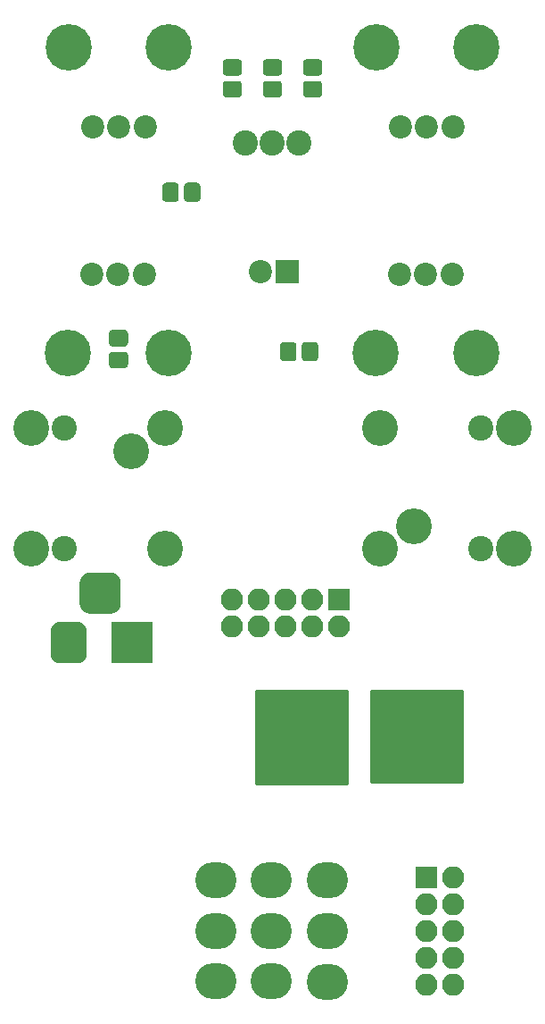
<source format=gbr>
G04 #@! TF.GenerationSoftware,KiCad,Pcbnew,(5.0.0-3-g5ebb6b6)*
G04 #@! TF.CreationDate,2018-11-10T02:34:20+00:00*
G04 #@! TF.ProjectId,555PWMTremolo,35353550574D5472656D6F6C6F2E6B69,rev?*
G04 #@! TF.SameCoordinates,Original*
G04 #@! TF.FileFunction,Soldermask,Bot*
G04 #@! TF.FilePolarity,Negative*
%FSLAX46Y46*%
G04 Gerber Fmt 4.6, Leading zero omitted, Abs format (unit mm)*
G04 Created by KiCad (PCBNEW (5.0.0-3-g5ebb6b6)) date Saturday, 10 November 2018 at 02:34:20*
%MOMM*%
%LPD*%
G01*
G04 APERTURE LIST*
%ADD10C,0.100000*%
%ADD11C,1.550000*%
%ADD12O,3.900000X3.400000*%
%ADD13R,2.200000X2.200000*%
%ADD14C,2.200000*%
%ADD15C,2.400000*%
%ADD16C,3.400000*%
%ADD17R,3.900000X3.900000*%
%ADD18C,3.900000*%
%ADD19C,4.400000*%
%ADD20O,2.100000X2.100000*%
%ADD21R,2.100000X2.100000*%
%ADD22C,0.254000*%
G04 APERTURE END LIST*
D10*
G04 #@! TO.C,C_LPFOPT1*
G36*
X77431071Y-79499623D02*
X77463781Y-79504475D01*
X77495857Y-79512509D01*
X77526991Y-79523649D01*
X77556884Y-79537787D01*
X77585247Y-79554787D01*
X77611807Y-79574485D01*
X77636308Y-79596692D01*
X77658515Y-79621193D01*
X77678213Y-79647753D01*
X77695213Y-79676116D01*
X77709351Y-79706009D01*
X77720491Y-79737143D01*
X77728525Y-79769219D01*
X77733377Y-79801929D01*
X77735000Y-79834956D01*
X77735000Y-80711044D01*
X77733377Y-80744071D01*
X77728525Y-80776781D01*
X77720491Y-80808857D01*
X77709351Y-80839991D01*
X77695213Y-80869884D01*
X77678213Y-80898247D01*
X77658515Y-80924807D01*
X77636308Y-80949308D01*
X77611807Y-80971515D01*
X77585247Y-80991213D01*
X77556884Y-81008213D01*
X77526991Y-81022351D01*
X77495857Y-81033491D01*
X77463781Y-81041525D01*
X77431071Y-81046377D01*
X77398044Y-81048000D01*
X76271956Y-81048000D01*
X76238929Y-81046377D01*
X76206219Y-81041525D01*
X76174143Y-81033491D01*
X76143009Y-81022351D01*
X76113116Y-81008213D01*
X76084753Y-80991213D01*
X76058193Y-80971515D01*
X76033692Y-80949308D01*
X76011485Y-80924807D01*
X75991787Y-80898247D01*
X75974787Y-80869884D01*
X75960649Y-80839991D01*
X75949509Y-80808857D01*
X75941475Y-80776781D01*
X75936623Y-80744071D01*
X75935000Y-80711044D01*
X75935000Y-79834956D01*
X75936623Y-79801929D01*
X75941475Y-79769219D01*
X75949509Y-79737143D01*
X75960649Y-79706009D01*
X75974787Y-79676116D01*
X75991787Y-79647753D01*
X76011485Y-79621193D01*
X76033692Y-79596692D01*
X76058193Y-79574485D01*
X76084753Y-79554787D01*
X76113116Y-79537787D01*
X76143009Y-79523649D01*
X76174143Y-79512509D01*
X76206219Y-79504475D01*
X76238929Y-79499623D01*
X76271956Y-79498000D01*
X77398044Y-79498000D01*
X77431071Y-79499623D01*
X77431071Y-79499623D01*
G37*
D11*
X76835000Y-80273000D03*
D10*
G36*
X77431071Y-77449623D02*
X77463781Y-77454475D01*
X77495857Y-77462509D01*
X77526991Y-77473649D01*
X77556884Y-77487787D01*
X77585247Y-77504787D01*
X77611807Y-77524485D01*
X77636308Y-77546692D01*
X77658515Y-77571193D01*
X77678213Y-77597753D01*
X77695213Y-77626116D01*
X77709351Y-77656009D01*
X77720491Y-77687143D01*
X77728525Y-77719219D01*
X77733377Y-77751929D01*
X77735000Y-77784956D01*
X77735000Y-78661044D01*
X77733377Y-78694071D01*
X77728525Y-78726781D01*
X77720491Y-78758857D01*
X77709351Y-78789991D01*
X77695213Y-78819884D01*
X77678213Y-78848247D01*
X77658515Y-78874807D01*
X77636308Y-78899308D01*
X77611807Y-78921515D01*
X77585247Y-78941213D01*
X77556884Y-78958213D01*
X77526991Y-78972351D01*
X77495857Y-78983491D01*
X77463781Y-78991525D01*
X77431071Y-78996377D01*
X77398044Y-78998000D01*
X76271956Y-78998000D01*
X76238929Y-78996377D01*
X76206219Y-78991525D01*
X76174143Y-78983491D01*
X76143009Y-78972351D01*
X76113116Y-78958213D01*
X76084753Y-78941213D01*
X76058193Y-78921515D01*
X76033692Y-78899308D01*
X76011485Y-78874807D01*
X75991787Y-78848247D01*
X75974787Y-78819884D01*
X75960649Y-78789991D01*
X75949509Y-78758857D01*
X75941475Y-78726781D01*
X75936623Y-78694071D01*
X75935000Y-78661044D01*
X75935000Y-77784956D01*
X75936623Y-77751929D01*
X75941475Y-77719219D01*
X75949509Y-77687143D01*
X75960649Y-77656009D01*
X75974787Y-77626116D01*
X75991787Y-77597753D01*
X76011485Y-77571193D01*
X76033692Y-77546692D01*
X76058193Y-77524485D01*
X76084753Y-77504787D01*
X76113116Y-77487787D01*
X76143009Y-77473649D01*
X76174143Y-77462509D01*
X76206219Y-77454475D01*
X76238929Y-77449623D01*
X76271956Y-77448000D01*
X77398044Y-77448000D01*
X77431071Y-77449623D01*
X77431071Y-77449623D01*
G37*
D11*
X76835000Y-78223000D03*
G04 #@! TD*
D10*
G04 #@! TO.C,C_LPFOPT2*
G36*
X85051071Y-77449623D02*
X85083781Y-77454475D01*
X85115857Y-77462509D01*
X85146991Y-77473649D01*
X85176884Y-77487787D01*
X85205247Y-77504787D01*
X85231807Y-77524485D01*
X85256308Y-77546692D01*
X85278515Y-77571193D01*
X85298213Y-77597753D01*
X85315213Y-77626116D01*
X85329351Y-77656009D01*
X85340491Y-77687143D01*
X85348525Y-77719219D01*
X85353377Y-77751929D01*
X85355000Y-77784956D01*
X85355000Y-78661044D01*
X85353377Y-78694071D01*
X85348525Y-78726781D01*
X85340491Y-78758857D01*
X85329351Y-78789991D01*
X85315213Y-78819884D01*
X85298213Y-78848247D01*
X85278515Y-78874807D01*
X85256308Y-78899308D01*
X85231807Y-78921515D01*
X85205247Y-78941213D01*
X85176884Y-78958213D01*
X85146991Y-78972351D01*
X85115857Y-78983491D01*
X85083781Y-78991525D01*
X85051071Y-78996377D01*
X85018044Y-78998000D01*
X83891956Y-78998000D01*
X83858929Y-78996377D01*
X83826219Y-78991525D01*
X83794143Y-78983491D01*
X83763009Y-78972351D01*
X83733116Y-78958213D01*
X83704753Y-78941213D01*
X83678193Y-78921515D01*
X83653692Y-78899308D01*
X83631485Y-78874807D01*
X83611787Y-78848247D01*
X83594787Y-78819884D01*
X83580649Y-78789991D01*
X83569509Y-78758857D01*
X83561475Y-78726781D01*
X83556623Y-78694071D01*
X83555000Y-78661044D01*
X83555000Y-77784956D01*
X83556623Y-77751929D01*
X83561475Y-77719219D01*
X83569509Y-77687143D01*
X83580649Y-77656009D01*
X83594787Y-77626116D01*
X83611787Y-77597753D01*
X83631485Y-77571193D01*
X83653692Y-77546692D01*
X83678193Y-77524485D01*
X83704753Y-77504787D01*
X83733116Y-77487787D01*
X83763009Y-77473649D01*
X83794143Y-77462509D01*
X83826219Y-77454475D01*
X83858929Y-77449623D01*
X83891956Y-77448000D01*
X85018044Y-77448000D01*
X85051071Y-77449623D01*
X85051071Y-77449623D01*
G37*
D11*
X84455000Y-78223000D03*
D10*
G36*
X85051071Y-79499623D02*
X85083781Y-79504475D01*
X85115857Y-79512509D01*
X85146991Y-79523649D01*
X85176884Y-79537787D01*
X85205247Y-79554787D01*
X85231807Y-79574485D01*
X85256308Y-79596692D01*
X85278515Y-79621193D01*
X85298213Y-79647753D01*
X85315213Y-79676116D01*
X85329351Y-79706009D01*
X85340491Y-79737143D01*
X85348525Y-79769219D01*
X85353377Y-79801929D01*
X85355000Y-79834956D01*
X85355000Y-80711044D01*
X85353377Y-80744071D01*
X85348525Y-80776781D01*
X85340491Y-80808857D01*
X85329351Y-80839991D01*
X85315213Y-80869884D01*
X85298213Y-80898247D01*
X85278515Y-80924807D01*
X85256308Y-80949308D01*
X85231807Y-80971515D01*
X85205247Y-80991213D01*
X85176884Y-81008213D01*
X85146991Y-81022351D01*
X85115857Y-81033491D01*
X85083781Y-81041525D01*
X85051071Y-81046377D01*
X85018044Y-81048000D01*
X83891956Y-81048000D01*
X83858929Y-81046377D01*
X83826219Y-81041525D01*
X83794143Y-81033491D01*
X83763009Y-81022351D01*
X83733116Y-81008213D01*
X83704753Y-80991213D01*
X83678193Y-80971515D01*
X83653692Y-80949308D01*
X83631485Y-80924807D01*
X83611787Y-80898247D01*
X83594787Y-80869884D01*
X83580649Y-80839991D01*
X83569509Y-80808857D01*
X83561475Y-80776781D01*
X83556623Y-80744071D01*
X83555000Y-80711044D01*
X83555000Y-79834956D01*
X83556623Y-79801929D01*
X83561475Y-79769219D01*
X83569509Y-79737143D01*
X83580649Y-79706009D01*
X83594787Y-79676116D01*
X83611787Y-79647753D01*
X83631485Y-79621193D01*
X83653692Y-79596692D01*
X83678193Y-79574485D01*
X83704753Y-79554787D01*
X83733116Y-79537787D01*
X83763009Y-79523649D01*
X83794143Y-79512509D01*
X83826219Y-79504475D01*
X83858929Y-79499623D01*
X83891956Y-79498000D01*
X85018044Y-79498000D01*
X85051071Y-79499623D01*
X85051071Y-79499623D01*
G37*
D11*
X84455000Y-80273000D03*
G04 #@! TD*
D10*
G04 #@! TO.C,R_LPF1*
G36*
X81241071Y-77449623D02*
X81273781Y-77454475D01*
X81305857Y-77462509D01*
X81336991Y-77473649D01*
X81366884Y-77487787D01*
X81395247Y-77504787D01*
X81421807Y-77524485D01*
X81446308Y-77546692D01*
X81468515Y-77571193D01*
X81488213Y-77597753D01*
X81505213Y-77626116D01*
X81519351Y-77656009D01*
X81530491Y-77687143D01*
X81538525Y-77719219D01*
X81543377Y-77751929D01*
X81545000Y-77784956D01*
X81545000Y-78661044D01*
X81543377Y-78694071D01*
X81538525Y-78726781D01*
X81530491Y-78758857D01*
X81519351Y-78789991D01*
X81505213Y-78819884D01*
X81488213Y-78848247D01*
X81468515Y-78874807D01*
X81446308Y-78899308D01*
X81421807Y-78921515D01*
X81395247Y-78941213D01*
X81366884Y-78958213D01*
X81336991Y-78972351D01*
X81305857Y-78983491D01*
X81273781Y-78991525D01*
X81241071Y-78996377D01*
X81208044Y-78998000D01*
X80081956Y-78998000D01*
X80048929Y-78996377D01*
X80016219Y-78991525D01*
X79984143Y-78983491D01*
X79953009Y-78972351D01*
X79923116Y-78958213D01*
X79894753Y-78941213D01*
X79868193Y-78921515D01*
X79843692Y-78899308D01*
X79821485Y-78874807D01*
X79801787Y-78848247D01*
X79784787Y-78819884D01*
X79770649Y-78789991D01*
X79759509Y-78758857D01*
X79751475Y-78726781D01*
X79746623Y-78694071D01*
X79745000Y-78661044D01*
X79745000Y-77784956D01*
X79746623Y-77751929D01*
X79751475Y-77719219D01*
X79759509Y-77687143D01*
X79770649Y-77656009D01*
X79784787Y-77626116D01*
X79801787Y-77597753D01*
X79821485Y-77571193D01*
X79843692Y-77546692D01*
X79868193Y-77524485D01*
X79894753Y-77504787D01*
X79923116Y-77487787D01*
X79953009Y-77473649D01*
X79984143Y-77462509D01*
X80016219Y-77454475D01*
X80048929Y-77449623D01*
X80081956Y-77448000D01*
X81208044Y-77448000D01*
X81241071Y-77449623D01*
X81241071Y-77449623D01*
G37*
D11*
X80645000Y-78223000D03*
D10*
G36*
X81241071Y-79499623D02*
X81273781Y-79504475D01*
X81305857Y-79512509D01*
X81336991Y-79523649D01*
X81366884Y-79537787D01*
X81395247Y-79554787D01*
X81421807Y-79574485D01*
X81446308Y-79596692D01*
X81468515Y-79621193D01*
X81488213Y-79647753D01*
X81505213Y-79676116D01*
X81519351Y-79706009D01*
X81530491Y-79737143D01*
X81538525Y-79769219D01*
X81543377Y-79801929D01*
X81545000Y-79834956D01*
X81545000Y-80711044D01*
X81543377Y-80744071D01*
X81538525Y-80776781D01*
X81530491Y-80808857D01*
X81519351Y-80839991D01*
X81505213Y-80869884D01*
X81488213Y-80898247D01*
X81468515Y-80924807D01*
X81446308Y-80949308D01*
X81421807Y-80971515D01*
X81395247Y-80991213D01*
X81366884Y-81008213D01*
X81336991Y-81022351D01*
X81305857Y-81033491D01*
X81273781Y-81041525D01*
X81241071Y-81046377D01*
X81208044Y-81048000D01*
X80081956Y-81048000D01*
X80048929Y-81046377D01*
X80016219Y-81041525D01*
X79984143Y-81033491D01*
X79953009Y-81022351D01*
X79923116Y-81008213D01*
X79894753Y-80991213D01*
X79868193Y-80971515D01*
X79843692Y-80949308D01*
X79821485Y-80924807D01*
X79801787Y-80898247D01*
X79784787Y-80869884D01*
X79770649Y-80839991D01*
X79759509Y-80808857D01*
X79751475Y-80776781D01*
X79746623Y-80744071D01*
X79745000Y-80711044D01*
X79745000Y-79834956D01*
X79746623Y-79801929D01*
X79751475Y-79769219D01*
X79759509Y-79737143D01*
X79770649Y-79706009D01*
X79784787Y-79676116D01*
X79801787Y-79647753D01*
X79821485Y-79621193D01*
X79843692Y-79596692D01*
X79868193Y-79574485D01*
X79894753Y-79554787D01*
X79923116Y-79537787D01*
X79953009Y-79523649D01*
X79984143Y-79512509D01*
X80016219Y-79504475D01*
X80048929Y-79499623D01*
X80081956Y-79498000D01*
X81208044Y-79498000D01*
X81241071Y-79499623D01*
X81241071Y-79499623D01*
G37*
D11*
X80645000Y-80273000D03*
G04 #@! TD*
D12*
G04 #@! TO.C,SW_EN1*
X85836760Y-164851080D03*
X80563720Y-164838380D03*
X75247500Y-164833300D03*
X85852000Y-160045400D03*
X80556100Y-160045400D03*
X75247500Y-160045400D03*
X85864700Y-155244800D03*
X80556100Y-155244800D03*
X75247500Y-155244800D03*
G04 #@! TD*
D10*
G04 #@! TO.C,R_GAIN1*
G36*
X82631071Y-104257623D02*
X82663781Y-104262475D01*
X82695857Y-104270509D01*
X82726991Y-104281649D01*
X82756884Y-104295787D01*
X82785247Y-104312787D01*
X82811807Y-104332485D01*
X82836308Y-104354692D01*
X82858515Y-104379193D01*
X82878213Y-104405753D01*
X82895213Y-104434116D01*
X82909351Y-104464009D01*
X82920491Y-104495143D01*
X82928525Y-104527219D01*
X82933377Y-104559929D01*
X82935000Y-104592956D01*
X82935000Y-105719044D01*
X82933377Y-105752071D01*
X82928525Y-105784781D01*
X82920491Y-105816857D01*
X82909351Y-105847991D01*
X82895213Y-105877884D01*
X82878213Y-105906247D01*
X82858515Y-105932807D01*
X82836308Y-105957308D01*
X82811807Y-105979515D01*
X82785247Y-105999213D01*
X82756884Y-106016213D01*
X82726991Y-106030351D01*
X82695857Y-106041491D01*
X82663781Y-106049525D01*
X82631071Y-106054377D01*
X82598044Y-106056000D01*
X81721956Y-106056000D01*
X81688929Y-106054377D01*
X81656219Y-106049525D01*
X81624143Y-106041491D01*
X81593009Y-106030351D01*
X81563116Y-106016213D01*
X81534753Y-105999213D01*
X81508193Y-105979515D01*
X81483692Y-105957308D01*
X81461485Y-105932807D01*
X81441787Y-105906247D01*
X81424787Y-105877884D01*
X81410649Y-105847991D01*
X81399509Y-105816857D01*
X81391475Y-105784781D01*
X81386623Y-105752071D01*
X81385000Y-105719044D01*
X81385000Y-104592956D01*
X81386623Y-104559929D01*
X81391475Y-104527219D01*
X81399509Y-104495143D01*
X81410649Y-104464009D01*
X81424787Y-104434116D01*
X81441787Y-104405753D01*
X81461485Y-104379193D01*
X81483692Y-104354692D01*
X81508193Y-104332485D01*
X81534753Y-104312787D01*
X81563116Y-104295787D01*
X81593009Y-104281649D01*
X81624143Y-104270509D01*
X81656219Y-104262475D01*
X81688929Y-104257623D01*
X81721956Y-104256000D01*
X82598044Y-104256000D01*
X82631071Y-104257623D01*
X82631071Y-104257623D01*
G37*
D11*
X82160000Y-105156000D03*
D10*
G36*
X84681071Y-104257623D02*
X84713781Y-104262475D01*
X84745857Y-104270509D01*
X84776991Y-104281649D01*
X84806884Y-104295787D01*
X84835247Y-104312787D01*
X84861807Y-104332485D01*
X84886308Y-104354692D01*
X84908515Y-104379193D01*
X84928213Y-104405753D01*
X84945213Y-104434116D01*
X84959351Y-104464009D01*
X84970491Y-104495143D01*
X84978525Y-104527219D01*
X84983377Y-104559929D01*
X84985000Y-104592956D01*
X84985000Y-105719044D01*
X84983377Y-105752071D01*
X84978525Y-105784781D01*
X84970491Y-105816857D01*
X84959351Y-105847991D01*
X84945213Y-105877884D01*
X84928213Y-105906247D01*
X84908515Y-105932807D01*
X84886308Y-105957308D01*
X84861807Y-105979515D01*
X84835247Y-105999213D01*
X84806884Y-106016213D01*
X84776991Y-106030351D01*
X84745857Y-106041491D01*
X84713781Y-106049525D01*
X84681071Y-106054377D01*
X84648044Y-106056000D01*
X83771956Y-106056000D01*
X83738929Y-106054377D01*
X83706219Y-106049525D01*
X83674143Y-106041491D01*
X83643009Y-106030351D01*
X83613116Y-106016213D01*
X83584753Y-105999213D01*
X83558193Y-105979515D01*
X83533692Y-105957308D01*
X83511485Y-105932807D01*
X83491787Y-105906247D01*
X83474787Y-105877884D01*
X83460649Y-105847991D01*
X83449509Y-105816857D01*
X83441475Y-105784781D01*
X83436623Y-105752071D01*
X83435000Y-105719044D01*
X83435000Y-104592956D01*
X83436623Y-104559929D01*
X83441475Y-104527219D01*
X83449509Y-104495143D01*
X83460649Y-104464009D01*
X83474787Y-104434116D01*
X83491787Y-104405753D01*
X83511485Y-104379193D01*
X83533692Y-104354692D01*
X83558193Y-104332485D01*
X83584753Y-104312787D01*
X83613116Y-104295787D01*
X83643009Y-104281649D01*
X83674143Y-104270509D01*
X83706219Y-104262475D01*
X83738929Y-104257623D01*
X83771956Y-104256000D01*
X84648044Y-104256000D01*
X84681071Y-104257623D01*
X84681071Y-104257623D01*
G37*
D11*
X84210000Y-105156000D03*
G04 #@! TD*
D13*
G04 #@! TO.C,D_LED1*
X82042000Y-97536000D03*
D14*
X79502000Y-97536000D03*
G04 #@! TD*
D10*
G04 #@! TO.C,C_OSC1*
G36*
X71455071Y-89144623D02*
X71487781Y-89149475D01*
X71519857Y-89157509D01*
X71550991Y-89168649D01*
X71580884Y-89182787D01*
X71609247Y-89199787D01*
X71635807Y-89219485D01*
X71660308Y-89241692D01*
X71682515Y-89266193D01*
X71702213Y-89292753D01*
X71719213Y-89321116D01*
X71733351Y-89351009D01*
X71744491Y-89382143D01*
X71752525Y-89414219D01*
X71757377Y-89446929D01*
X71759000Y-89479956D01*
X71759000Y-90606044D01*
X71757377Y-90639071D01*
X71752525Y-90671781D01*
X71744491Y-90703857D01*
X71733351Y-90734991D01*
X71719213Y-90764884D01*
X71702213Y-90793247D01*
X71682515Y-90819807D01*
X71660308Y-90844308D01*
X71635807Y-90866515D01*
X71609247Y-90886213D01*
X71580884Y-90903213D01*
X71550991Y-90917351D01*
X71519857Y-90928491D01*
X71487781Y-90936525D01*
X71455071Y-90941377D01*
X71422044Y-90943000D01*
X70545956Y-90943000D01*
X70512929Y-90941377D01*
X70480219Y-90936525D01*
X70448143Y-90928491D01*
X70417009Y-90917351D01*
X70387116Y-90903213D01*
X70358753Y-90886213D01*
X70332193Y-90866515D01*
X70307692Y-90844308D01*
X70285485Y-90819807D01*
X70265787Y-90793247D01*
X70248787Y-90764884D01*
X70234649Y-90734991D01*
X70223509Y-90703857D01*
X70215475Y-90671781D01*
X70210623Y-90639071D01*
X70209000Y-90606044D01*
X70209000Y-89479956D01*
X70210623Y-89446929D01*
X70215475Y-89414219D01*
X70223509Y-89382143D01*
X70234649Y-89351009D01*
X70248787Y-89321116D01*
X70265787Y-89292753D01*
X70285485Y-89266193D01*
X70307692Y-89241692D01*
X70332193Y-89219485D01*
X70358753Y-89199787D01*
X70387116Y-89182787D01*
X70417009Y-89168649D01*
X70448143Y-89157509D01*
X70480219Y-89149475D01*
X70512929Y-89144623D01*
X70545956Y-89143000D01*
X71422044Y-89143000D01*
X71455071Y-89144623D01*
X71455071Y-89144623D01*
G37*
D11*
X70984000Y-90043000D03*
D10*
G36*
X73505071Y-89144623D02*
X73537781Y-89149475D01*
X73569857Y-89157509D01*
X73600991Y-89168649D01*
X73630884Y-89182787D01*
X73659247Y-89199787D01*
X73685807Y-89219485D01*
X73710308Y-89241692D01*
X73732515Y-89266193D01*
X73752213Y-89292753D01*
X73769213Y-89321116D01*
X73783351Y-89351009D01*
X73794491Y-89382143D01*
X73802525Y-89414219D01*
X73807377Y-89446929D01*
X73809000Y-89479956D01*
X73809000Y-90606044D01*
X73807377Y-90639071D01*
X73802525Y-90671781D01*
X73794491Y-90703857D01*
X73783351Y-90734991D01*
X73769213Y-90764884D01*
X73752213Y-90793247D01*
X73732515Y-90819807D01*
X73710308Y-90844308D01*
X73685807Y-90866515D01*
X73659247Y-90886213D01*
X73630884Y-90903213D01*
X73600991Y-90917351D01*
X73569857Y-90928491D01*
X73537781Y-90936525D01*
X73505071Y-90941377D01*
X73472044Y-90943000D01*
X72595956Y-90943000D01*
X72562929Y-90941377D01*
X72530219Y-90936525D01*
X72498143Y-90928491D01*
X72467009Y-90917351D01*
X72437116Y-90903213D01*
X72408753Y-90886213D01*
X72382193Y-90866515D01*
X72357692Y-90844308D01*
X72335485Y-90819807D01*
X72315787Y-90793247D01*
X72298787Y-90764884D01*
X72284649Y-90734991D01*
X72273509Y-90703857D01*
X72265475Y-90671781D01*
X72260623Y-90639071D01*
X72259000Y-90606044D01*
X72259000Y-89479956D01*
X72260623Y-89446929D01*
X72265475Y-89414219D01*
X72273509Y-89382143D01*
X72284649Y-89351009D01*
X72298787Y-89321116D01*
X72315787Y-89292753D01*
X72335485Y-89266193D01*
X72357692Y-89241692D01*
X72382193Y-89219485D01*
X72408753Y-89199787D01*
X72437116Y-89182787D01*
X72467009Y-89168649D01*
X72498143Y-89157509D01*
X72530219Y-89149475D01*
X72562929Y-89144623D01*
X72595956Y-89143000D01*
X73472044Y-89143000D01*
X73505071Y-89144623D01*
X73505071Y-89144623D01*
G37*
D11*
X73034000Y-90043000D03*
G04 #@! TD*
D15*
G04 #@! TO.C,J_IN1*
X100393500Y-112395000D03*
X100393500Y-123825000D03*
D16*
X94043500Y-121666000D03*
X103568500Y-123825000D03*
X103568500Y-112395000D03*
X90868500Y-112395000D03*
X90868500Y-123825000D03*
G04 #@! TD*
D17*
G04 #@! TO.C,J_PWR1*
X67310000Y-132715000D03*
D10*
G36*
X62243315Y-130769093D02*
X62325827Y-130781333D01*
X62406742Y-130801601D01*
X62485281Y-130829702D01*
X62560687Y-130865367D01*
X62632235Y-130908251D01*
X62699234Y-130957941D01*
X62761041Y-131013959D01*
X62817059Y-131075766D01*
X62866749Y-131142765D01*
X62909633Y-131214313D01*
X62945298Y-131289719D01*
X62973399Y-131368258D01*
X62993667Y-131449173D01*
X63005907Y-131531685D01*
X63010000Y-131615000D01*
X63010000Y-133815000D01*
X63005907Y-133898315D01*
X62993667Y-133980827D01*
X62973399Y-134061742D01*
X62945298Y-134140281D01*
X62909633Y-134215687D01*
X62866749Y-134287235D01*
X62817059Y-134354234D01*
X62761041Y-134416041D01*
X62699234Y-134472059D01*
X62632235Y-134521749D01*
X62560687Y-134564633D01*
X62485281Y-134600298D01*
X62406742Y-134628399D01*
X62325827Y-134648667D01*
X62243315Y-134660907D01*
X62160000Y-134665000D01*
X60460000Y-134665000D01*
X60376685Y-134660907D01*
X60294173Y-134648667D01*
X60213258Y-134628399D01*
X60134719Y-134600298D01*
X60059313Y-134564633D01*
X59987765Y-134521749D01*
X59920766Y-134472059D01*
X59858959Y-134416041D01*
X59802941Y-134354234D01*
X59753251Y-134287235D01*
X59710367Y-134215687D01*
X59674702Y-134140281D01*
X59646601Y-134061742D01*
X59626333Y-133980827D01*
X59614093Y-133898315D01*
X59610000Y-133815000D01*
X59610000Y-131615000D01*
X59614093Y-131531685D01*
X59626333Y-131449173D01*
X59646601Y-131368258D01*
X59674702Y-131289719D01*
X59710367Y-131214313D01*
X59753251Y-131142765D01*
X59802941Y-131075766D01*
X59858959Y-131013959D01*
X59920766Y-130957941D01*
X59987765Y-130908251D01*
X60059313Y-130865367D01*
X60134719Y-130829702D01*
X60213258Y-130801601D01*
X60294173Y-130781333D01*
X60376685Y-130769093D01*
X60460000Y-130765000D01*
X62160000Y-130765000D01*
X62243315Y-130769093D01*
X62243315Y-130769093D01*
G37*
D16*
X61310000Y-132715000D03*
D10*
G36*
X65380567Y-126069695D02*
X65475213Y-126083734D01*
X65568028Y-126106983D01*
X65658116Y-126139217D01*
X65744612Y-126180127D01*
X65826681Y-126229317D01*
X65903533Y-126286315D01*
X65974429Y-126350571D01*
X66038685Y-126421467D01*
X66095683Y-126498319D01*
X66144873Y-126580388D01*
X66185783Y-126666884D01*
X66218017Y-126756972D01*
X66241266Y-126849787D01*
X66255305Y-126944433D01*
X66260000Y-127040000D01*
X66260000Y-128990000D01*
X66255305Y-129085567D01*
X66241266Y-129180213D01*
X66218017Y-129273028D01*
X66185783Y-129363116D01*
X66144873Y-129449612D01*
X66095683Y-129531681D01*
X66038685Y-129608533D01*
X65974429Y-129679429D01*
X65903533Y-129743685D01*
X65826681Y-129800683D01*
X65744612Y-129849873D01*
X65658116Y-129890783D01*
X65568028Y-129923017D01*
X65475213Y-129946266D01*
X65380567Y-129960305D01*
X65285000Y-129965000D01*
X63335000Y-129965000D01*
X63239433Y-129960305D01*
X63144787Y-129946266D01*
X63051972Y-129923017D01*
X62961884Y-129890783D01*
X62875388Y-129849873D01*
X62793319Y-129800683D01*
X62716467Y-129743685D01*
X62645571Y-129679429D01*
X62581315Y-129608533D01*
X62524317Y-129531681D01*
X62475127Y-129449612D01*
X62434217Y-129363116D01*
X62401983Y-129273028D01*
X62378734Y-129180213D01*
X62364695Y-129085567D01*
X62360000Y-128990000D01*
X62360000Y-127040000D01*
X62364695Y-126944433D01*
X62378734Y-126849787D01*
X62401983Y-126756972D01*
X62434217Y-126666884D01*
X62475127Y-126580388D01*
X62524317Y-126498319D01*
X62581315Y-126421467D01*
X62645571Y-126350571D01*
X62716467Y-126286315D01*
X62793319Y-126229317D01*
X62875388Y-126180127D01*
X62961884Y-126139217D01*
X63051972Y-126106983D01*
X63144787Y-126083734D01*
X63239433Y-126069695D01*
X63335000Y-126065000D01*
X65285000Y-126065000D01*
X65380567Y-126069695D01*
X65380567Y-126069695D01*
G37*
D18*
X64310000Y-128015000D03*
G04 #@! TD*
D14*
G04 #@! TO.C,P_DEPTH1*
X92790000Y-83820000D03*
X95290000Y-83820000D03*
X97790000Y-83820000D03*
D19*
X90540000Y-76320000D03*
X100040000Y-76320000D03*
G04 #@! TD*
G04 #@! TO.C,P_VOL1*
X90460000Y-105290000D03*
X99960000Y-105290000D03*
D14*
X92710000Y-97790000D03*
X95210000Y-97790000D03*
X97710000Y-97790000D03*
G04 #@! TD*
D19*
G04 #@! TO.C,P_OSCOFF1*
X61250000Y-105290000D03*
X70750000Y-105290000D03*
D14*
X63500000Y-97790000D03*
X66000000Y-97790000D03*
X68500000Y-97790000D03*
G04 #@! TD*
G04 #@! TO.C,P_OSCON1*
X63580000Y-83820000D03*
X66080000Y-83820000D03*
X68580000Y-83820000D03*
D19*
X61330000Y-76320000D03*
X70830000Y-76320000D03*
G04 #@! TD*
D20*
G04 #@! TO.C,J_AUXTOMAIN1*
X97790000Y-154940000D03*
X97790000Y-157480000D03*
X97790000Y-160020000D03*
X97790000Y-162560000D03*
X97790000Y-165100000D03*
X95250000Y-165100000D03*
X95250000Y-162560000D03*
X95250000Y-160020000D03*
X95250000Y-157480000D03*
D21*
X95250000Y-154940000D03*
G04 #@! TD*
D16*
G04 #@! TO.C,J_OUT1*
X70421500Y-112395000D03*
X70421500Y-123825000D03*
X57721500Y-123825000D03*
X57721500Y-112395000D03*
X67246500Y-114554000D03*
D15*
X60896500Y-112395000D03*
X60896500Y-123825000D03*
G04 #@! TD*
D10*
G04 #@! TO.C,R_OSCLIMIT1*
G36*
X66636071Y-105153623D02*
X66668781Y-105158475D01*
X66700857Y-105166509D01*
X66731991Y-105177649D01*
X66761884Y-105191787D01*
X66790247Y-105208787D01*
X66816807Y-105228485D01*
X66841308Y-105250692D01*
X66863515Y-105275193D01*
X66883213Y-105301753D01*
X66900213Y-105330116D01*
X66914351Y-105360009D01*
X66925491Y-105391143D01*
X66933525Y-105423219D01*
X66938377Y-105455929D01*
X66940000Y-105488956D01*
X66940000Y-106365044D01*
X66938377Y-106398071D01*
X66933525Y-106430781D01*
X66925491Y-106462857D01*
X66914351Y-106493991D01*
X66900213Y-106523884D01*
X66883213Y-106552247D01*
X66863515Y-106578807D01*
X66841308Y-106603308D01*
X66816807Y-106625515D01*
X66790247Y-106645213D01*
X66761884Y-106662213D01*
X66731991Y-106676351D01*
X66700857Y-106687491D01*
X66668781Y-106695525D01*
X66636071Y-106700377D01*
X66603044Y-106702000D01*
X65476956Y-106702000D01*
X65443929Y-106700377D01*
X65411219Y-106695525D01*
X65379143Y-106687491D01*
X65348009Y-106676351D01*
X65318116Y-106662213D01*
X65289753Y-106645213D01*
X65263193Y-106625515D01*
X65238692Y-106603308D01*
X65216485Y-106578807D01*
X65196787Y-106552247D01*
X65179787Y-106523884D01*
X65165649Y-106493991D01*
X65154509Y-106462857D01*
X65146475Y-106430781D01*
X65141623Y-106398071D01*
X65140000Y-106365044D01*
X65140000Y-105488956D01*
X65141623Y-105455929D01*
X65146475Y-105423219D01*
X65154509Y-105391143D01*
X65165649Y-105360009D01*
X65179787Y-105330116D01*
X65196787Y-105301753D01*
X65216485Y-105275193D01*
X65238692Y-105250692D01*
X65263193Y-105228485D01*
X65289753Y-105208787D01*
X65318116Y-105191787D01*
X65348009Y-105177649D01*
X65379143Y-105166509D01*
X65411219Y-105158475D01*
X65443929Y-105153623D01*
X65476956Y-105152000D01*
X66603044Y-105152000D01*
X66636071Y-105153623D01*
X66636071Y-105153623D01*
G37*
D11*
X66040000Y-105927000D03*
D10*
G36*
X66636071Y-103103623D02*
X66668781Y-103108475D01*
X66700857Y-103116509D01*
X66731991Y-103127649D01*
X66761884Y-103141787D01*
X66790247Y-103158787D01*
X66816807Y-103178485D01*
X66841308Y-103200692D01*
X66863515Y-103225193D01*
X66883213Y-103251753D01*
X66900213Y-103280116D01*
X66914351Y-103310009D01*
X66925491Y-103341143D01*
X66933525Y-103373219D01*
X66938377Y-103405929D01*
X66940000Y-103438956D01*
X66940000Y-104315044D01*
X66938377Y-104348071D01*
X66933525Y-104380781D01*
X66925491Y-104412857D01*
X66914351Y-104443991D01*
X66900213Y-104473884D01*
X66883213Y-104502247D01*
X66863515Y-104528807D01*
X66841308Y-104553308D01*
X66816807Y-104575515D01*
X66790247Y-104595213D01*
X66761884Y-104612213D01*
X66731991Y-104626351D01*
X66700857Y-104637491D01*
X66668781Y-104645525D01*
X66636071Y-104650377D01*
X66603044Y-104652000D01*
X65476956Y-104652000D01*
X65443929Y-104650377D01*
X65411219Y-104645525D01*
X65379143Y-104637491D01*
X65348009Y-104626351D01*
X65318116Y-104612213D01*
X65289753Y-104595213D01*
X65263193Y-104575515D01*
X65238692Y-104553308D01*
X65216485Y-104528807D01*
X65196787Y-104502247D01*
X65179787Y-104473884D01*
X65165649Y-104443991D01*
X65154509Y-104412857D01*
X65146475Y-104380781D01*
X65141623Y-104348071D01*
X65140000Y-104315044D01*
X65140000Y-103438956D01*
X65141623Y-103405929D01*
X65146475Y-103373219D01*
X65154509Y-103341143D01*
X65165649Y-103310009D01*
X65179787Y-103280116D01*
X65196787Y-103251753D01*
X65216485Y-103225193D01*
X65238692Y-103200692D01*
X65263193Y-103178485D01*
X65289753Y-103158787D01*
X65318116Y-103141787D01*
X65348009Y-103127649D01*
X65379143Y-103116509D01*
X65411219Y-103108475D01*
X65443929Y-103103623D01*
X65476956Y-103102000D01*
X66603044Y-103102000D01*
X66636071Y-103103623D01*
X66636071Y-103103623D01*
G37*
D11*
X66040000Y-103877000D03*
G04 #@! TD*
D15*
G04 #@! TO.C,SW_ATTACK1*
X80645000Y-85344000D03*
X83185000Y-85344000D03*
X78105000Y-85344000D03*
G04 #@! TD*
D21*
G04 #@! TO.C,J_MAINTOAUX1*
X86995000Y-128651000D03*
D20*
X84455000Y-128651000D03*
X81915000Y-128651000D03*
X79375000Y-128651000D03*
X76835000Y-128651000D03*
X76835000Y-131191000D03*
X79375000Y-131191000D03*
X81915000Y-131191000D03*
X84455000Y-131191000D03*
X86995000Y-131191000D03*
G04 #@! TD*
D22*
G36*
X87757000Y-146050000D02*
X79121000Y-146050000D01*
X79121000Y-137287000D01*
X87757000Y-137287000D01*
X87757000Y-146050000D01*
X87757000Y-146050000D01*
G37*
X87757000Y-146050000D02*
X79121000Y-146050000D01*
X79121000Y-137287000D01*
X87757000Y-137287000D01*
X87757000Y-146050000D01*
G36*
X98679000Y-145923000D02*
X90043000Y-145923000D01*
X90043000Y-137287000D01*
X98679000Y-137287000D01*
X98679000Y-145923000D01*
X98679000Y-145923000D01*
G37*
X98679000Y-145923000D02*
X90043000Y-145923000D01*
X90043000Y-137287000D01*
X98679000Y-137287000D01*
X98679000Y-145923000D01*
M02*

</source>
